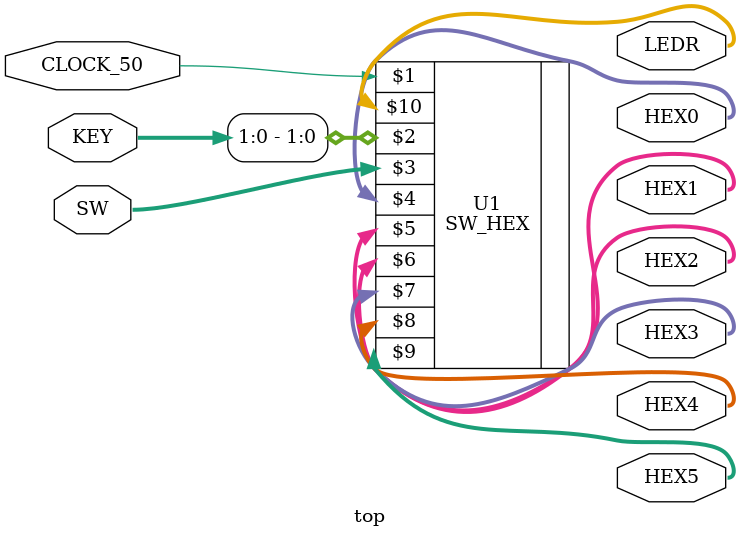
<source format=v>

`default_nettype none

module top (CLOCK_50, KEY, SW, HEX0, HEX1, HEX2, HEX3, HEX4, HEX5, LEDR);
    input wire CLOCK_50;        // DE-series 50 MHz clock signal
    input wire [3:0] KEY;       // DE-series pushbuttons
    input wire [9:0] SW;        // DE-series switches
    output wire [6:0] HEX0;     // DE-series HEX displays
    output wire [6:0] HEX1;
    output wire [6:0] HEX2;
    output wire [6:0] HEX3;
    output wire [6:0] HEX4;
    output wire [6:0] HEX5;
    output wire [9:0] LEDR;     // DE-series LEDs

    SW_HEX U1 (CLOCK_50, KEY[1:0], SW, HEX0, HEX1, HEX2, HEX3, HEX4, HEX5, LEDR);

endmodule

</source>
